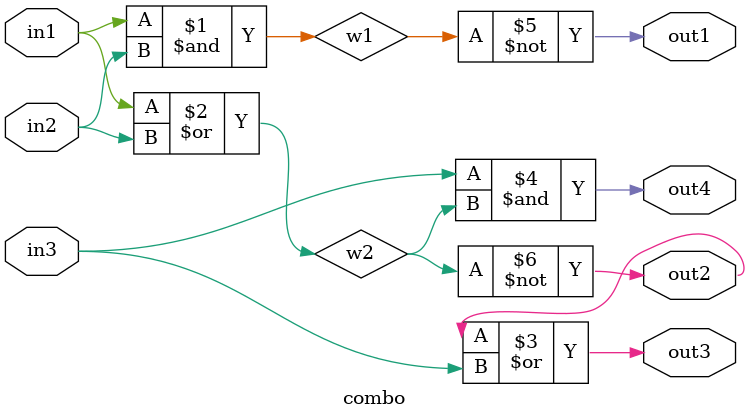
<source format=v>
module combo(out1, out2, out3, out4, in1, in2, in3);
   output out1;
   output out2;
   output out3;
   output out4;
   input  in1;
   input  in2;
   input  in3;
   

   wire   w1, w2;

   and and1(w1, in1, in2);
   not not1(out1, w1);

   or or1(w2, in1, in2);
   not not2(out2, w2);

   or or2(out3, out2, in3);
   and and2(out4, in3, w2);


endmodule // combo


</source>
